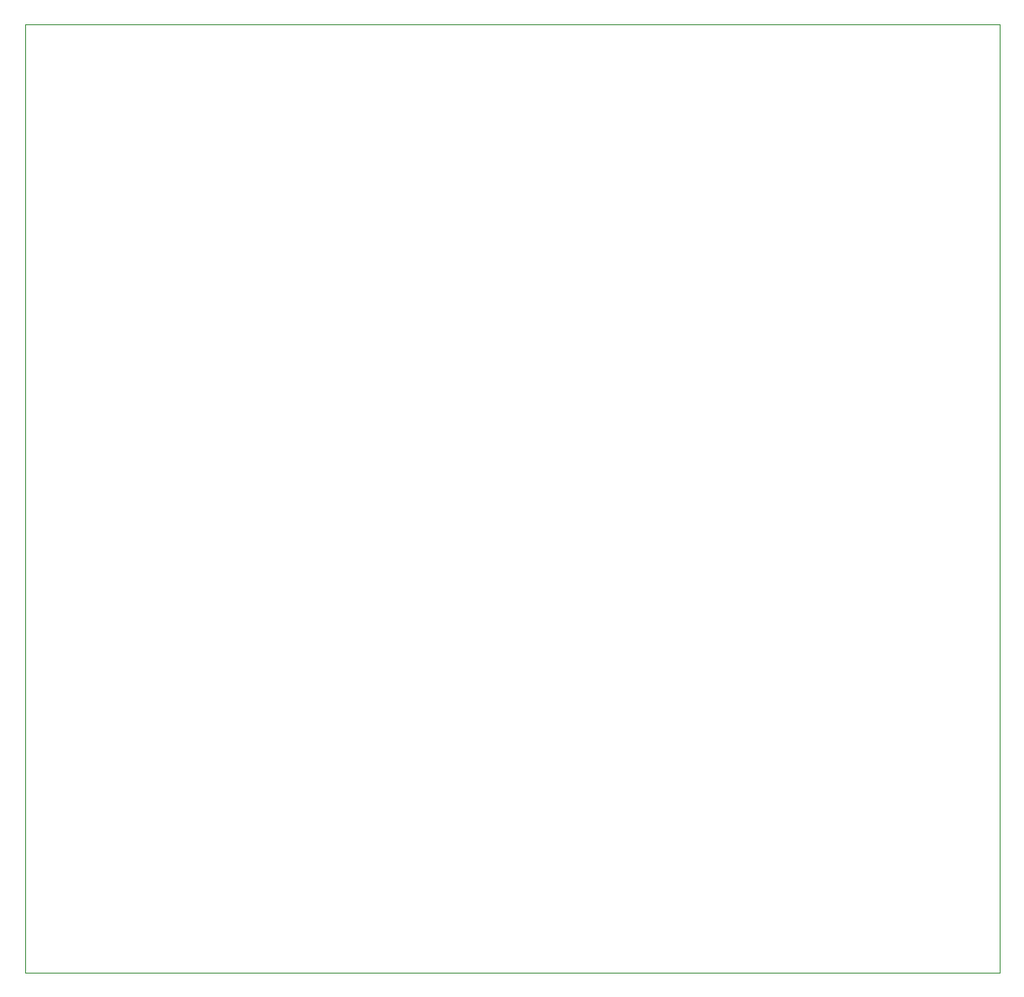
<source format=gbr>
%TF.GenerationSoftware,KiCad,Pcbnew,5.1.9-73d0e3b20d~88~ubuntu20.04.1*%
%TF.CreationDate,2021-04-01T10:52:46-04:00*%
%TF.ProjectId,ao_output,616f5f6f-7574-4707-9574-2e6b69636164,rev?*%
%TF.SameCoordinates,Original*%
%TF.FileFunction,Profile,NP*%
%FSLAX46Y46*%
G04 Gerber Fmt 4.6, Leading zero omitted, Abs format (unit mm)*
G04 Created by KiCad (PCBNEW 5.1.9-73d0e3b20d~88~ubuntu20.04.1) date 2021-04-01 10:52:46*
%MOMM*%
%LPD*%
G01*
G04 APERTURE LIST*
%TA.AperFunction,Profile*%
%ADD10C,0.100000*%
%TD*%
G04 APERTURE END LIST*
D10*
X-2500000Y-12500000D02*
X-2500000Y-105000000D01*
X-97500000Y-12500000D02*
X-2500000Y-12500000D01*
X-97500000Y-105000000D02*
X-97500000Y-12500000D01*
X-2500000Y-105000000D02*
X-97500000Y-105000000D01*
M02*

</source>
